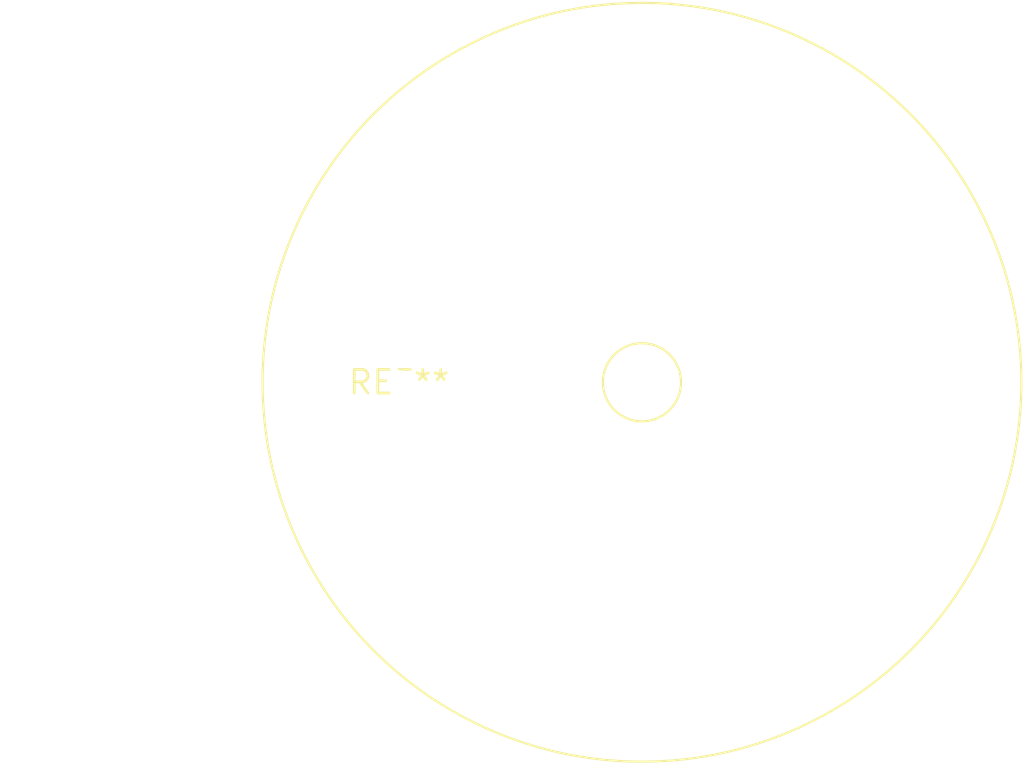
<source format=kicad_pcb>
(kicad_pcb (version 20240108) (generator pcbnew)
  (layers (0 "F.Cu" signal) (31 "B.Cu" signal) (34 "B.Paste" user) (35 "F.Paste" user) (36 "B.SilkS" user "B.Silkscreen") (37 "F.SilkS" user "F.Silkscreen") (38 "B.Mask" user) (39 "F.Mask" user) (44 "Edge.Cuts" user))
  (net 0 "")
  (footprint "L_Radial_D40.6mm_P26.16mm_Vishay_IHB-5" (layer "F.Cu") (at 0 0)
    (property "Reference" "REF**")
    (property "Value" "L_Radial_D40.6mm_P26.16mm_Vishay_IHB-5")
    (fp_circle (center 13.08 0) (end 15.185 0) (layer "F.SilkS") (stroke (width 0.12)) (fill none))
    (fp_circle (center 13.08 0) (end 33.52 0) (layer "F.SilkS") (stroke (width 0.12)) (fill none))
    (pad "1" thru_hole circle (at 0 0) (size 2.6 2.6) (drill 1.3) (layers *.Cu *.Mask) (remove_unused_layers))
    (pad "2" thru_hole circle (at 26.16 0) (size 2.6 2.6) (drill 1.3) (layers *.Cu *.Mask) (remove_unused_layers))
  )
)
</source>
